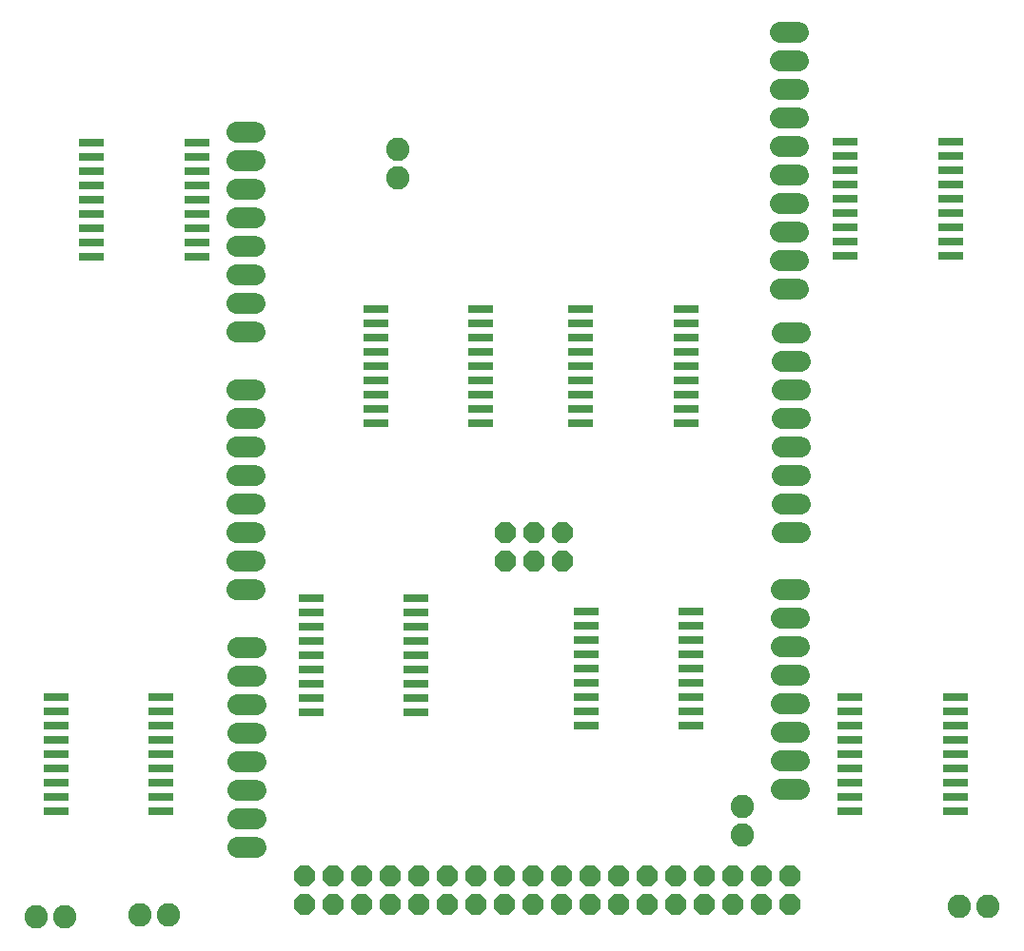
<source format=gbs>
G75*
%MOIN*%
%OFA0B0*%
%FSLAX25Y25*%
%IPPOS*%
%LPD*%
%AMOC8*
5,1,8,0,0,1.08239X$1,22.5*
%
%ADD10C,0.07200*%
%ADD11OC8,0.07200*%
%ADD12R,0.08600X0.03000*%
%ADD13C,0.08200*%
D10*
X0088119Y0050663D02*
X0094519Y0050663D01*
X0094519Y0060663D02*
X0088119Y0060663D01*
X0088119Y0070663D02*
X0094519Y0070663D01*
X0094519Y0080663D02*
X0088119Y0080663D01*
X0088119Y0090663D02*
X0094519Y0090663D01*
X0094519Y0100663D02*
X0088119Y0100663D01*
X0088119Y0110663D02*
X0094519Y0110663D01*
X0094519Y0120663D02*
X0088119Y0120663D01*
X0087786Y0140987D02*
X0094186Y0140987D01*
X0094186Y0150987D02*
X0087786Y0150987D01*
X0087786Y0160987D02*
X0094186Y0160987D01*
X0094186Y0170987D02*
X0087786Y0170987D01*
X0087786Y0180987D02*
X0094186Y0180987D01*
X0094186Y0190987D02*
X0087786Y0190987D01*
X0087786Y0200987D02*
X0094186Y0200987D01*
X0094186Y0210987D02*
X0087786Y0210987D01*
X0087786Y0231311D02*
X0094186Y0231311D01*
X0094186Y0241311D02*
X0087786Y0241311D01*
X0087786Y0251311D02*
X0094186Y0251311D01*
X0094186Y0261311D02*
X0087786Y0261311D01*
X0087786Y0271311D02*
X0094186Y0271311D01*
X0094186Y0281311D02*
X0087786Y0281311D01*
X0087786Y0291311D02*
X0094186Y0291311D01*
X0094186Y0301311D02*
X0087786Y0301311D01*
X0278100Y0306309D02*
X0284500Y0306309D01*
X0284500Y0316309D02*
X0278100Y0316309D01*
X0278100Y0326309D02*
X0284500Y0326309D01*
X0284500Y0336309D02*
X0278100Y0336309D01*
X0278100Y0296309D02*
X0284500Y0296309D01*
X0284500Y0286309D02*
X0278100Y0286309D01*
X0278100Y0276309D02*
X0284500Y0276309D01*
X0284500Y0266309D02*
X0278100Y0266309D01*
X0278100Y0256309D02*
X0284500Y0256309D01*
X0284500Y0246309D02*
X0278100Y0246309D01*
X0278767Y0230985D02*
X0285167Y0230985D01*
X0285167Y0220985D02*
X0278767Y0220985D01*
X0278767Y0210985D02*
X0285167Y0210985D01*
X0285167Y0200985D02*
X0278767Y0200985D01*
X0278767Y0190985D02*
X0285167Y0190985D01*
X0285167Y0180985D02*
X0278767Y0180985D01*
X0278767Y0170985D02*
X0285167Y0170985D01*
X0285167Y0160985D02*
X0278767Y0160985D01*
X0278434Y0140994D02*
X0284834Y0140994D01*
X0284834Y0130994D02*
X0278434Y0130994D01*
X0278434Y0120994D02*
X0284834Y0120994D01*
X0284834Y0110994D02*
X0278434Y0110994D01*
X0278434Y0100994D02*
X0284834Y0100994D01*
X0284834Y0090994D02*
X0278434Y0090994D01*
X0278434Y0080994D02*
X0284834Y0080994D01*
X0284834Y0070994D02*
X0278434Y0070994D01*
D11*
X0281439Y0040800D03*
X0271439Y0040800D03*
X0261439Y0040800D03*
X0251439Y0040800D03*
X0241439Y0040800D03*
X0231439Y0040800D03*
X0221439Y0040800D03*
X0211439Y0040800D03*
X0201439Y0040800D03*
X0191439Y0040800D03*
X0181439Y0040800D03*
X0171439Y0040800D03*
X0161439Y0040800D03*
X0151439Y0040800D03*
X0141439Y0040800D03*
X0131439Y0040800D03*
X0121439Y0040800D03*
X0111439Y0040800D03*
X0111439Y0030800D03*
X0121439Y0030800D03*
X0131439Y0030800D03*
X0141439Y0030800D03*
X0151439Y0030800D03*
X0161439Y0030800D03*
X0171439Y0030800D03*
X0181439Y0030800D03*
X0191439Y0030800D03*
X0201439Y0030800D03*
X0211439Y0030800D03*
X0221439Y0030800D03*
X0231439Y0030800D03*
X0241439Y0030800D03*
X0251439Y0030800D03*
X0261439Y0030800D03*
X0271439Y0030800D03*
X0281439Y0030800D03*
X0201643Y0150989D03*
X0201643Y0160989D03*
X0191643Y0160989D03*
X0191643Y0150989D03*
X0181643Y0150989D03*
X0181643Y0160989D03*
D12*
X0150400Y0138000D03*
X0150400Y0133000D03*
X0150400Y0128000D03*
X0150400Y0123000D03*
X0150400Y0118000D03*
X0150400Y0113000D03*
X0150400Y0108000D03*
X0150400Y0103000D03*
X0150400Y0098000D03*
X0113600Y0098000D03*
X0113600Y0103000D03*
X0113600Y0108000D03*
X0113600Y0113000D03*
X0113600Y0118000D03*
X0113600Y0123000D03*
X0113600Y0128000D03*
X0113600Y0133000D03*
X0113600Y0138000D03*
X0061200Y0103300D03*
X0061200Y0098300D03*
X0061200Y0093300D03*
X0061200Y0088300D03*
X0061200Y0083300D03*
X0061200Y0078300D03*
X0061200Y0073300D03*
X0061200Y0068300D03*
X0061200Y0063300D03*
X0024400Y0063300D03*
X0024400Y0068300D03*
X0024400Y0073300D03*
X0024400Y0078300D03*
X0024400Y0083300D03*
X0024400Y0088300D03*
X0024400Y0093300D03*
X0024400Y0098300D03*
X0024400Y0103300D03*
X0136400Y0199400D03*
X0136400Y0204400D03*
X0136400Y0209400D03*
X0136400Y0214400D03*
X0136400Y0219400D03*
X0136400Y0224400D03*
X0136400Y0229400D03*
X0136400Y0234400D03*
X0136400Y0239400D03*
X0173200Y0239400D03*
X0173200Y0234400D03*
X0173200Y0229400D03*
X0173200Y0224400D03*
X0173200Y0219400D03*
X0173200Y0214400D03*
X0173200Y0209400D03*
X0173200Y0204400D03*
X0173200Y0199400D03*
X0208200Y0199300D03*
X0208200Y0204300D03*
X0208200Y0209300D03*
X0208200Y0214300D03*
X0208200Y0219300D03*
X0208200Y0224300D03*
X0208200Y0229300D03*
X0208200Y0234300D03*
X0208200Y0239300D03*
X0245000Y0239300D03*
X0245000Y0234300D03*
X0245000Y0229300D03*
X0245000Y0224300D03*
X0245000Y0219300D03*
X0245000Y0214300D03*
X0245000Y0209300D03*
X0245000Y0204300D03*
X0245000Y0199300D03*
X0300900Y0258000D03*
X0300900Y0263000D03*
X0300900Y0268000D03*
X0300900Y0273000D03*
X0300900Y0278000D03*
X0300900Y0283000D03*
X0300900Y0288000D03*
X0300900Y0293000D03*
X0300900Y0298000D03*
X0337700Y0298000D03*
X0337700Y0293000D03*
X0337700Y0288000D03*
X0337700Y0283000D03*
X0337700Y0278000D03*
X0337700Y0273000D03*
X0337700Y0268000D03*
X0337700Y0263000D03*
X0337700Y0258000D03*
X0246900Y0133400D03*
X0246900Y0128400D03*
X0246900Y0123400D03*
X0246900Y0118400D03*
X0246900Y0113400D03*
X0246900Y0108400D03*
X0246900Y0103400D03*
X0246900Y0098400D03*
X0246900Y0093400D03*
X0210100Y0093400D03*
X0210100Y0098400D03*
X0210100Y0103400D03*
X0210100Y0108400D03*
X0210100Y0113400D03*
X0210100Y0118400D03*
X0210100Y0123400D03*
X0210100Y0128400D03*
X0210100Y0133400D03*
X0302500Y0103600D03*
X0302500Y0098600D03*
X0302500Y0093600D03*
X0302500Y0088600D03*
X0302500Y0083600D03*
X0302500Y0078600D03*
X0302500Y0073600D03*
X0302500Y0068600D03*
X0302500Y0063600D03*
X0339300Y0063600D03*
X0339300Y0068600D03*
X0339300Y0073600D03*
X0339300Y0078600D03*
X0339300Y0083600D03*
X0339300Y0088600D03*
X0339300Y0093600D03*
X0339300Y0098600D03*
X0339300Y0103600D03*
X0073600Y0257900D03*
X0073600Y0262900D03*
X0073600Y0267900D03*
X0073600Y0272900D03*
X0073600Y0277900D03*
X0073600Y0282900D03*
X0073600Y0287900D03*
X0073600Y0292900D03*
X0073600Y0297900D03*
X0036800Y0297900D03*
X0036800Y0292900D03*
X0036800Y0287900D03*
X0036800Y0282900D03*
X0036800Y0277900D03*
X0036800Y0272900D03*
X0036800Y0267900D03*
X0036800Y0262900D03*
X0036800Y0257900D03*
D13*
X0017400Y0026500D03*
X0027400Y0026500D03*
X0053700Y0027100D03*
X0063700Y0027100D03*
X0264900Y0055000D03*
X0264900Y0065000D03*
X0340800Y0030100D03*
X0350800Y0030100D03*
X0144000Y0285600D03*
X0144000Y0295600D03*
M02*

</source>
